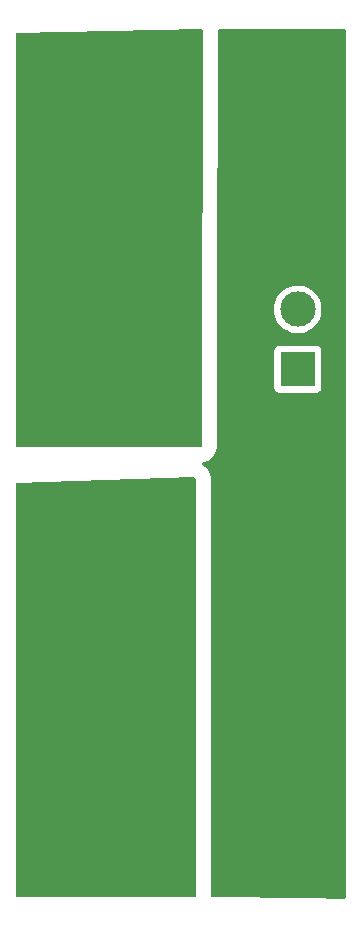
<source format=gbr>
%TF.GenerationSoftware,KiCad,Pcbnew,7.0.1*%
%TF.CreationDate,2023-04-03T21:17:09-03:00*%
%TF.ProjectId,main,6d61696e-2e6b-4696-9361-645f70636258,rev?*%
%TF.SameCoordinates,Original*%
%TF.FileFunction,Copper,L2,Bot*%
%TF.FilePolarity,Positive*%
%FSLAX46Y46*%
G04 Gerber Fmt 4.6, Leading zero omitted, Abs format (unit mm)*
G04 Created by KiCad (PCBNEW 7.0.1) date 2023-04-03 21:17:09*
%MOMM*%
%LPD*%
G01*
G04 APERTURE LIST*
%TA.AperFunction,ComponentPad*%
%ADD10R,3.000000X3.000000*%
%TD*%
%TA.AperFunction,ComponentPad*%
%ADD11C,3.000000*%
%TD*%
%TA.AperFunction,ComponentPad*%
%ADD12R,13.000000X13.000000*%
%TD*%
%TA.AperFunction,ViaPad*%
%ADD13C,1.200000*%
%TD*%
G04 APERTURE END LIST*
D10*
%TO.P,J101,1,Pin_1*%
%TO.N,VCC*%
X130556000Y-54864000D03*
D11*
%TO.P,J101,2,Pin_2*%
%TO.N,/Vout*%
X130556000Y-49784000D03*
%TO.P,J101,3,Pin_3*%
%TO.N,GND*%
X130556000Y-44704000D03*
%TD*%
D12*
%TO.P,H102,1,1*%
%TO.N,/-Vshunt*%
X114046000Y-81280000D03*
%TD*%
%TO.P,H101,1,1*%
%TO.N,/+Vshunt*%
X114300000Y-43180000D03*
%TD*%
D13*
%TO.N,/-Vshunt*%
X109855000Y-69850000D03*
X114935000Y-69850000D03*
X117475000Y-69850000D03*
X107315000Y-69850000D03*
X111125000Y-69850000D03*
X116205000Y-69850000D03*
X113665000Y-69850000D03*
X118745000Y-69850000D03*
X108585000Y-69850000D03*
X112395000Y-69850000D03*
X120015000Y-69850000D03*
X121285000Y-69850000D03*
%TO.N,/+Vshunt*%
X121285000Y-55880000D03*
X120015000Y-55880000D03*
X118745000Y-55880000D03*
X117475000Y-55880000D03*
X116205000Y-55880000D03*
X114935000Y-55880000D03*
X113665000Y-55880000D03*
X112395000Y-55880000D03*
X111125000Y-55880000D03*
X109855000Y-55880000D03*
X108585000Y-55880000D03*
X107315000Y-55880000D03*
%TD*%
%TA.AperFunction,Conductor*%
%TO.N,/-Vshunt*%
G36*
X121855677Y-64027370D02*
G01*
X121902715Y-64072914D01*
X121920000Y-64136065D01*
X121920000Y-99444000D01*
X121903387Y-99506000D01*
X121858000Y-99551387D01*
X121796000Y-99568000D01*
X106804500Y-99568000D01*
X106742500Y-99551387D01*
X106697113Y-99506000D01*
X106680500Y-99444000D01*
X106680500Y-64619662D01*
X106696453Y-64558820D01*
X106740206Y-64513632D01*
X106800502Y-64495726D01*
X121792002Y-64012129D01*
X121855677Y-64027370D01*
G37*
%TD.AperFunction*%
%TD*%
%TA.AperFunction,Conductor*%
%TO.N,/+Vshunt*%
G36*
X122490947Y-26053729D02*
G01*
X122537581Y-26099421D01*
X122554542Y-26162466D01*
X122442924Y-57303936D01*
X122428445Y-61344000D01*
X122428443Y-61344444D01*
X122411683Y-61406256D01*
X122366316Y-61451461D01*
X122304444Y-61468000D01*
X106804500Y-61468000D01*
X106742500Y-61451387D01*
X106697113Y-61406000D01*
X106680500Y-61344000D01*
X106680500Y-26537047D01*
X106696620Y-26475908D01*
X106740790Y-26430665D01*
X106801523Y-26413083D01*
X122427569Y-26038058D01*
X122490947Y-26053729D01*
G37*
%TD.AperFunction*%
%TD*%
%TA.AperFunction,Conductor*%
%TO.N,GND*%
G36*
X134557500Y-26052113D02*
G01*
X134602887Y-26097500D01*
X134619500Y-26159500D01*
X134619500Y-99569749D01*
X134602680Y-99632107D01*
X134556783Y-99677547D01*
X134494261Y-99693742D01*
X131493816Y-99663738D01*
X123317609Y-99581975D01*
X123253813Y-99563557D01*
X123208667Y-99514865D01*
X123195115Y-99449864D01*
X123195500Y-99444000D01*
X123195500Y-64136065D01*
X123184137Y-63966186D01*
X123150249Y-63799335D01*
X123132964Y-63736184D01*
X123123274Y-63710144D01*
X123053838Y-63523533D01*
X122938283Y-63328267D01*
X122789958Y-63156561D01*
X122742925Y-63111022D01*
X122566538Y-62968325D01*
X122524443Y-62945213D01*
X122480398Y-62904470D01*
X122460637Y-62847817D01*
X122469787Y-62788520D01*
X122505707Y-62740460D01*
X122559984Y-62714890D01*
X122593060Y-62708326D01*
X122633824Y-62700237D01*
X122633827Y-62700236D01*
X122633833Y-62700235D01*
X122695705Y-62683696D01*
X122904216Y-62607992D01*
X122905276Y-62607382D01*
X122933347Y-62591218D01*
X123096458Y-62497306D01*
X123166081Y-62439073D01*
X123266607Y-62354995D01*
X123266609Y-62354992D01*
X123266616Y-62354987D01*
X123311983Y-62309782D01*
X123454910Y-62140134D01*
X123566283Y-61948289D01*
X123642732Y-61740049D01*
X123659492Y-61678237D01*
X123692478Y-61515079D01*
X123703935Y-61349016D01*
X123721628Y-56412634D01*
X128547500Y-56412634D01*
X128554011Y-56473205D01*
X128605110Y-56610203D01*
X128692738Y-56727261D01*
X128809796Y-56814889D01*
X128946794Y-56865988D01*
X128946797Y-56865988D01*
X128946799Y-56865989D01*
X129007362Y-56872500D01*
X132104634Y-56872500D01*
X132104638Y-56872500D01*
X132165201Y-56865989D01*
X132165203Y-56865988D01*
X132165205Y-56865988D01*
X132243124Y-56836924D01*
X132302204Y-56814889D01*
X132419261Y-56727261D01*
X132506889Y-56610204D01*
X132557989Y-56473201D01*
X132564500Y-56412638D01*
X132564500Y-53315362D01*
X132557989Y-53254799D01*
X132557988Y-53254797D01*
X132557988Y-53254794D01*
X132506889Y-53117796D01*
X132419261Y-53000738D01*
X132302203Y-52913110D01*
X132165205Y-52862011D01*
X132134919Y-52858755D01*
X132104638Y-52855500D01*
X129007362Y-52855500D01*
X128980445Y-52858393D01*
X128946794Y-52862011D01*
X128809796Y-52913110D01*
X128692738Y-53000738D01*
X128605110Y-53117796D01*
X128554011Y-53254794D01*
X128547500Y-53315366D01*
X128547500Y-56412634D01*
X123721628Y-56412634D01*
X123742512Y-50586054D01*
X123745387Y-49783999D01*
X128542806Y-49783999D01*
X128561558Y-50058132D01*
X128617461Y-50327153D01*
X128709475Y-50586054D01*
X128835890Y-50830027D01*
X128994341Y-51054500D01*
X128994343Y-51054502D01*
X129181889Y-51255314D01*
X129395031Y-51428718D01*
X129629800Y-51571484D01*
X129881823Y-51680953D01*
X130146404Y-51755085D01*
X130418615Y-51792500D01*
X130693385Y-51792500D01*
X130965596Y-51755085D01*
X131230177Y-51680953D01*
X131482200Y-51571484D01*
X131716969Y-51428718D01*
X131930111Y-51255314D01*
X132117657Y-51054502D01*
X132170474Y-50979675D01*
X132276109Y-50830027D01*
X132284125Y-50814555D01*
X132402523Y-50586058D01*
X132494538Y-50327153D01*
X132550442Y-50058130D01*
X132569193Y-49784000D01*
X132550442Y-49509870D01*
X132494538Y-49240847D01*
X132402523Y-48981942D01*
X132341320Y-48863826D01*
X132276109Y-48737972D01*
X132117658Y-48513499D01*
X131930111Y-48312686D01*
X131930110Y-48312685D01*
X131716969Y-48139282D01*
X131482200Y-47996516D01*
X131230177Y-47887047D01*
X131097886Y-47849981D01*
X130965594Y-47812914D01*
X130693385Y-47775500D01*
X130418615Y-47775500D01*
X130146405Y-47812914D01*
X129929798Y-47873604D01*
X129881823Y-47887047D01*
X129881821Y-47887047D01*
X129881820Y-47887048D01*
X129629799Y-47996516D01*
X129395032Y-48139281D01*
X129181888Y-48312686D01*
X128994341Y-48513499D01*
X128835890Y-48737972D01*
X128709475Y-48981945D01*
X128617461Y-49240846D01*
X128561558Y-49509867D01*
X128542806Y-49783999D01*
X123745387Y-49783999D01*
X123830049Y-26162908D01*
X123830984Y-26162911D01*
X123843909Y-26102064D01*
X123889564Y-26053438D01*
X123953805Y-26035500D01*
X134495500Y-26035500D01*
X134557500Y-26052113D01*
G37*
%TD.AperFunction*%
%TD*%
M02*

</source>
